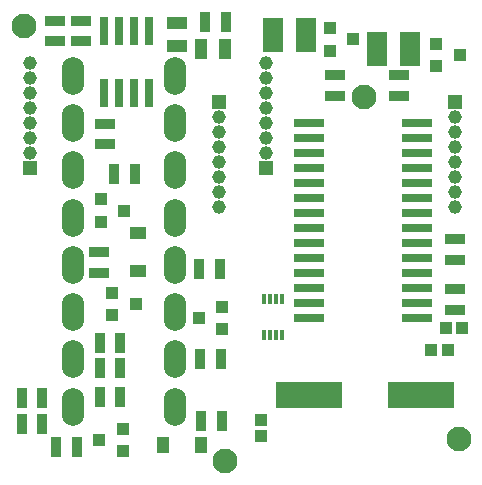
<source format=gbs>
%FSLAX24Y24*%
%MOIN*%
G70*
G01*
G75*
G04 Layer_Color=16711935*
%ADD10C,0.0079*%
%ADD11R,0.0236X0.0886*%
%ADD12R,0.0299X0.0945*%
%ADD13R,0.0315X0.0354*%
%ADD14R,0.0886X0.0236*%
%ADD15R,0.0846X0.0335*%
%ADD16C,0.0335*%
%ADD17R,0.0335X0.0846*%
%ADD18R,0.0315X0.0630*%
%ADD19R,0.0394X0.0276*%
%ADD20R,0.0236X0.0197*%
%ADD21R,0.0276X0.0394*%
%ADD22R,0.0354X0.0315*%
%ADD23R,0.0906X0.0906*%
%ADD24R,0.0492X0.0433*%
%ADD25R,0.0354X0.0315*%
%ADD26R,0.0591X0.0295*%
%ADD27R,0.0295X0.0591*%
%ADD28C,0.0276*%
%ADD29C,0.0100*%
%ADD30C,0.0118*%
%ADD31C,0.0138*%
%ADD32C,0.0098*%
%ADD33C,0.0380*%
%ADD34R,0.0380X0.0380*%
%ADD35O,0.0669X0.1181*%
%ADD36C,0.0380*%
%ADD37R,0.2165X0.0827*%
%ADD38R,0.0118X0.0295*%
%ADD39R,0.0480X0.0358*%
%ADD40R,0.0358X0.0480*%
%ADD41R,0.0630X0.1063*%
%ADD42R,0.0906X0.0236*%
%ADD43R,0.0630X0.0315*%
%ADD44C,0.0236*%
%ADD45C,0.0394*%
%ADD46C,0.0039*%
%ADD47C,0.0063*%
%ADD48R,0.0246X0.0433*%
%ADD49R,0.0316X0.0966*%
%ADD50R,0.0379X0.1025*%
%ADD51R,0.0395X0.0434*%
%ADD52R,0.0966X0.0316*%
%ADD53R,0.0926X0.0415*%
%ADD54C,0.0415*%
%ADD55R,0.0415X0.0926*%
%ADD56R,0.0395X0.0710*%
%ADD57R,0.0474X0.0356*%
%ADD58R,0.0316X0.0277*%
%ADD59R,0.0356X0.0474*%
%ADD60R,0.0434X0.0395*%
%ADD61R,0.0986X0.0986*%
%ADD62R,0.0572X0.0513*%
%ADD63R,0.0434X0.0395*%
%ADD64R,0.0671X0.0375*%
%ADD65R,0.0375X0.0671*%
%ADD66C,0.0827*%
%ADD67C,0.0460*%
%ADD68R,0.0460X0.0460*%
%ADD69O,0.0749X0.1261*%
%ADD70R,0.2245X0.0907*%
%ADD71R,0.0150X0.0327*%
%ADD72R,0.0560X0.0438*%
%ADD73R,0.0438X0.0560*%
%ADD74R,0.0710X0.1143*%
%ADD75R,0.0986X0.0316*%
%ADD76R,0.0710X0.0395*%
D49*
X4766Y14882D02*
D03*
X4266D02*
D03*
X3766D02*
D03*
X4766Y12835D02*
D03*
X4266D02*
D03*
X3766D02*
D03*
X3266Y14882D02*
D03*
Y12835D02*
D03*
D51*
X15197Y5000D02*
D03*
X14646D02*
D03*
X14724Y4252D02*
D03*
X14173D02*
D03*
D56*
X7285Y14291D02*
D03*
X6498D02*
D03*
D60*
X8504Y1929D02*
D03*
Y1378D02*
D03*
D63*
X4331Y5787D02*
D03*
X3543Y6161D02*
D03*
Y5413D02*
D03*
X3937Y8898D02*
D03*
X3150Y9272D02*
D03*
Y8524D02*
D03*
X3898Y1634D02*
D03*
Y886D02*
D03*
X3110Y1260D02*
D03*
X7205Y5689D02*
D03*
Y4941D02*
D03*
X6417Y5315D02*
D03*
X11575Y14606D02*
D03*
X10787Y14980D02*
D03*
Y14232D02*
D03*
X15118Y14094D02*
D03*
X14331Y14468D02*
D03*
Y13720D02*
D03*
D64*
X1614Y15226D02*
D03*
Y14537D02*
D03*
X2480Y15226D02*
D03*
Y14537D02*
D03*
X3110Y7510D02*
D03*
Y6821D02*
D03*
X3307Y11801D02*
D03*
Y11112D02*
D03*
X10945Y13415D02*
D03*
Y12726D02*
D03*
X13110Y13415D02*
D03*
Y12726D02*
D03*
X14961Y7943D02*
D03*
Y7254D02*
D03*
Y6291D02*
D03*
Y5602D02*
D03*
D65*
X3809Y2677D02*
D03*
X3120D02*
D03*
X7313Y15197D02*
D03*
X6624D02*
D03*
X4281Y10118D02*
D03*
X3593D02*
D03*
X3809Y3661D02*
D03*
X3120D02*
D03*
X3809Y4488D02*
D03*
X3120D02*
D03*
X7156Y3937D02*
D03*
X6467D02*
D03*
X7195Y1890D02*
D03*
X6506D02*
D03*
X7116Y6969D02*
D03*
X6427D02*
D03*
X2352Y1024D02*
D03*
X1663D02*
D03*
X1211Y2638D02*
D03*
X522D02*
D03*
X1211Y1772D02*
D03*
X522D02*
D03*
D66*
X11929Y12677D02*
D03*
X15079Y1299D02*
D03*
X591Y15039D02*
D03*
X7283Y551D02*
D03*
D67*
X14961Y9523D02*
D03*
Y9023D02*
D03*
X14961Y11524D02*
D03*
Y12024D02*
D03*
Y10024D02*
D03*
Y11024D02*
D03*
Y10524D02*
D03*
X787Y13810D02*
D03*
X787Y11311D02*
D03*
Y11811D02*
D03*
Y10811D02*
D03*
Y13311D02*
D03*
Y12311D02*
D03*
Y12811D02*
D03*
X7087Y12024D02*
D03*
Y10024D02*
D03*
Y10524D02*
D03*
Y9524D02*
D03*
Y11024D02*
D03*
Y11524D02*
D03*
X7087Y9024D02*
D03*
X8661Y10811D02*
D03*
Y12311D02*
D03*
Y12811D02*
D03*
X8661Y13812D02*
D03*
Y13312D02*
D03*
X8661Y11811D02*
D03*
Y11311D02*
D03*
D68*
X14961Y12524D02*
D03*
X787Y10311D02*
D03*
X7087Y12524D02*
D03*
X8661Y10311D02*
D03*
D69*
X2244Y13386D02*
D03*
Y11811D02*
D03*
Y10236D02*
D03*
Y8661D02*
D03*
Y5512D02*
D03*
Y7087D02*
D03*
Y3937D02*
D03*
Y2362D02*
D03*
X5630Y13386D02*
D03*
Y11811D02*
D03*
Y10236D02*
D03*
Y8661D02*
D03*
Y7087D02*
D03*
Y5512D02*
D03*
Y3937D02*
D03*
Y2362D02*
D03*
D70*
X13839Y2756D02*
D03*
X10098D02*
D03*
D71*
X9193Y5965D02*
D03*
X8996D02*
D03*
X8799D02*
D03*
X9193Y4744D02*
D03*
X8799D02*
D03*
X8602D02*
D03*
X8996D02*
D03*
X8602Y5965D02*
D03*
D72*
X4409Y8163D02*
D03*
Y6876D02*
D03*
D73*
X6510Y1102D02*
D03*
X5222D02*
D03*
D74*
X10000Y14764D02*
D03*
X8898D02*
D03*
X13465Y14291D02*
D03*
X12362D02*
D03*
D75*
X13691Y11333D02*
D03*
Y10833D02*
D03*
Y11833D02*
D03*
Y10333D02*
D03*
Y9833D02*
D03*
Y9333D02*
D03*
Y8833D02*
D03*
Y8333D02*
D03*
Y7333D02*
D03*
Y6833D02*
D03*
Y5833D02*
D03*
Y5333D02*
D03*
Y6333D02*
D03*
Y7833D02*
D03*
X10089Y11833D02*
D03*
Y10833D02*
D03*
Y10333D02*
D03*
Y11333D02*
D03*
Y9333D02*
D03*
Y8833D02*
D03*
Y9833D02*
D03*
Y7833D02*
D03*
Y7333D02*
D03*
Y8333D02*
D03*
Y5833D02*
D03*
Y5333D02*
D03*
Y6833D02*
D03*
Y6333D02*
D03*
D76*
X5709Y15157D02*
D03*
Y14370D02*
D03*
M02*

</source>
